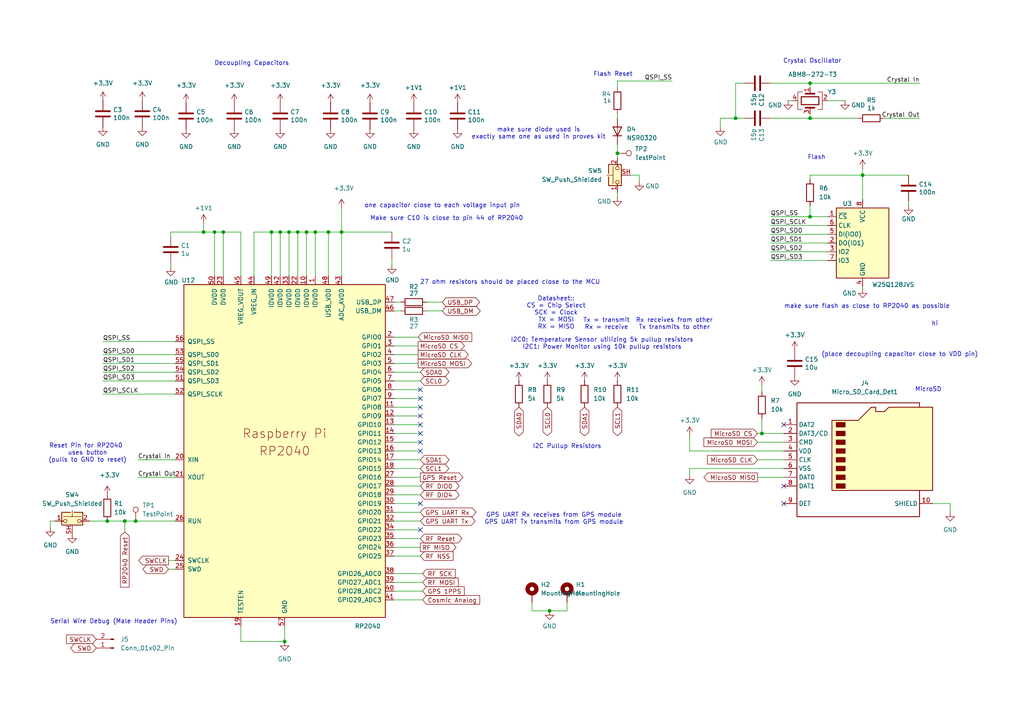
<source format=kicad_sch>
(kicad_sch (version 20250114) (generator "eeschema") (generator_version "9.0")
  (paper "A4")
  (lib_symbols
    (symbol "Connector:Conn_01x02_Pin" (pin_names (offset 1.016) (hide yes))
      (property "Reference" "J" (at 0 2.54 0))
      (property "Value" "Conn_01x02_Pin" (at 0 -5.08 0))
      (symbol "Conn_01x02_Pin_1_1"
        (rectangle (start 0.8636 0.127) (end 0 -0.127) (stroke (width 0.1524)) (fill (type outline)))
        (rectangle (start 0.8636 -2.413) (end 0 -2.667) (stroke (width 0.1524)) (fill (type outline)))
        (polyline (pts (xy 1.27 0) (xy 0.8636 0)) (stroke (width 0.1524)))
        (polyline (pts (xy 1.27 -2.54) (xy 0.8636 -2.54)) (stroke (width 0.1524)))
        (pin passive line (at 5.08 0 180) (length 3.81) (name "Pin_1") (number "1"))
        (pin passive line (at 5.08 -2.54 180) (length 3.81) (name "Pin_2") (number "2"))
      )
    )
    (symbol "Connector:Micro_SD_Card_Det1"
      (property "Reference" "J" (at -16.51 17.78 0))
      (property "Value" "Micro_SD_Card_Det1" (at 16.51 17.78 0))
      (symbol "Micro_SD_Card_Det1_0_1"
        (polyline (pts (xy -8.89 -8.89) (xy -8.89 11.43) (xy -1.27 11.43) (xy 2.54 15.24) (xy 3.81 15.24) (xy 3.81 13.97) (xy 6.35 13.97) (xy 7.62 15.24) (xy 20.32 15.24) (xy 20.32 -8.89) (xy -8.89 -8.89)) (stroke (width 0.254)) (fill (type background)))
        (rectangle (start -7.62 10.795) (end -5.08 9.525) (stroke (width 0.254)) (fill (type outline)))
        (rectangle (start -7.62 8.255) (end -5.08 6.985) (stroke (width 0.254)) (fill (type outline)))
        (rectangle (start -7.62 5.715) (end -5.08 4.445) (stroke (width 0.254)) (fill (type outline)))
        (rectangle (start -7.62 3.175) (end -5.08 1.905) (stroke (width 0.254)) (fill (type outline)))
        (rectangle (start -7.62 0.635) (end -5.08 -0.635) (stroke (width 0.254)) (fill (type outline)))
        (rectangle (start -7.62 -1.905) (end -5.08 -3.175) (stroke (width 0.254)) (fill (type outline)))
        (rectangle (start -7.62 -4.445) (end -5.08 -5.715) (stroke (width 0.254)) (fill (type outline)))
        (rectangle (start -7.62 -6.985) (end -5.08 -8.255) (stroke (width 0.254)) (fill (type outline)))
        (polyline (pts (xy 16.51 15.24) (xy 16.51 16.51) (xy -19.05 16.51) (xy -19.05 -16.51) (xy 16.51 -16.51) (xy 16.51 -8.89)) (stroke (width 0.254)))
      )
      (symbol "Micro_SD_Card_Det1_1_1"
        (pin bidirectional line (at -22.86 10.16 0) (length 3.81) (name "DAT2") (number "1"))
        (pin bidirectional line (at -22.86 7.62 0) (length 3.81) (name "DAT3/CD") (number "2"))
        (pin input line (at -22.86 5.08 0) (length 3.81) (name "CMD") (number "3"))
        (pin power_in line (at -22.86 2.54 0) (length 3.81) (name "VDD") (number "4"))
        (pin input line (at -22.86 0 0) (length 3.81) (name "CLK") (number "5"))
        (pin power_in line (at -22.86 -2.54 0) (length 3.81) (name "VSS") (number "6"))
        (pin bidirectional line (at -22.86 -5.08 0) (length 3.81) (name "DAT0") (number "7"))
        (pin bidirectional line (at -22.86 -7.62 0) (length 3.81) (name "DAT1") (number "8"))
        (pin passive line (at -22.86 -12.7 0) (length 3.81) (name "DET") (number "9"))
        (pin passive line (at 20.32 -12.7 180) (length 3.81) (name "SHIELD") (number "10"))
      )
    )
    (symbol "Connector:TestPoint" (pin_numbers (hide yes)) (pin_names (offset 0.762) (hide yes))
      (property "Reference" "TP" (at 0 6.858 0))
      (property "Value" "TestPoint" (at 0 5.08 0))
      (symbol "TestPoint_0_1"
        (circle (center 0 3.302) (radius 0.762))
      )
      (symbol "TestPoint_1_1"
        (pin passive line (at 0 0 90) (length 2.54) (name "1") (number "1"))
      )
    )
    (symbol "Device:C" (pin_numbers (hide yes)) (pin_names (offset 0.254))
      (property "Reference" "C" (at 0.635 2.54 0))
      (property "Value" "C" (at 0.635 -2.54 0))
      (symbol "C_0_1"
        (polyline (pts (xy -2.032 0.762) (xy 2.032 0.762)) (stroke (width 0.508)))
        (polyline (pts (xy -2.032 -0.762) (xy 2.032 -0.762)) (stroke (width 0.508)))
      )
      (symbol "C_1_1"
        (pin passive line (at 0 3.81 270) (length 2.794) (name "~") (number "1"))
        (pin passive line (at 0 -3.81 90) (length 2.794) (name "~") (number "2"))
      )
    )
    (symbol "Device:Crystal_GND24" (pin_names (offset 1.016) (hide yes))
      (property "Reference" "Y" (at 3.175 5.08 0))
      (property "Value" "Crystal_GND24" (at 3.175 3.175 0))
      (symbol "Crystal_GND24_0_1"
        (polyline (pts (xy -2.54 2.286) (xy -2.54 3.556) (xy 2.54 3.556) (xy 2.54 2.286)))
        (polyline (pts (xy -2.54 0) (xy -2.032 0)))
        (polyline (pts (xy -2.54 -2.286) (xy -2.54 -3.556) (xy 2.54 -3.556) (xy 2.54 -2.286)))
        (polyline (pts (xy -2.032 -1.27) (xy -2.032 1.27)) (stroke (width 0.508)))
        (rectangle (start -1.143 2.54) (end 1.143 -2.54) (stroke (width 0.3048)))
        (polyline (pts (xy 0 3.556) (xy 0 3.81)))
        (polyline (pts (xy 0 -3.81) (xy 0 -3.556)))
        (polyline (pts (xy 2.032 0) (xy 2.54 0)))
        (polyline (pts (xy 2.032 -1.27) (xy 2.032 1.27)) (stroke (width 0.508)))
      )
      (symbol "Crystal_GND24_1_1"
        (pin passive line (at -3.81 0 0) (length 1.27) (name "1") (number "1"))
        (pin passive line (at 0 5.08 270) (length 1.27) (name "2") (number "2"))
        (pin passive line (at 0 -5.08 90) (length 1.27) (name "4") (number "4"))
        (pin passive line (at 3.81 0 180) (length 1.27) (name "3") (number "3"))
      )
    )
    (symbol "Device:R" (pin_numbers (hide yes)) (pin_names (offset 0))
      (property "Reference" "R" (at 2.032 0 90))
      (property "Value" "R" (at 0 0 90))
      (symbol "R_0_1"
        (rectangle (start -1.016 -2.54) (end 1.016 2.54) (stroke (width 0.254)))
      )
      (symbol "R_1_1"
        (pin passive line (at 0 3.81 270) (length 1.27) (name "~") (number "1"))
        (pin passive line (at 0 -3.81 90) (length 1.27) (name "~") (number "2"))
      )
    )
    (symbol "Diode:1SS355VM" (pin_numbers (hide yes)) (pin_names (hide yes))
      (property "Reference" "D" (at 0 2.54 0))
      (property "Value" "1SS355VM" (at 0 -2.54 0))
      (symbol "1SS355VM_0_1"
        (polyline (pts (xy -1.27 1.27) (xy -1.27 -1.27)) (stroke (width 0.254)))
        (polyline (pts (xy 1.27 1.27) (xy 1.27 -1.27) (xy -1.27 0) (xy 1.27 1.27)) (stroke (width 0.254)))
        (polyline (pts (xy 1.27 0) (xy -1.27 0)))
      )
      (symbol "1SS355VM_1_1"
        (pin passive line (at -3.81 0 0) (length 2.54) (name "K") (number "1"))
        (pin passive line (at 3.81 0 180) (length 2.54) (name "A") (number "2"))
      )
    )
    (symbol "MCU_RaspberryPi_RP2040:RP2040" (pin_names (offset 1.016))
      (property "Reference" "U" (at -29.21 49.53 0))
      (property "Value" "RP2040" (at 24.13 -49.53 0))
      (symbol "RP2040_0_0"
        (text "Raspberry Pi" (at 0 5.08 0) (effects (font (size 2.54 2.54))))
        (text "RP2040" (at 0 0 0) (effects (font (size 2.54 2.54))))
      )
      (symbol "RP2040_0_1"
        (rectangle (start 29.21 48.26) (end -29.21 -48.26) (stroke (width 0.254)) (fill (type background)))
      )
      (symbol "RP2040_1_1"
        (pin bidirectional line (at -31.75 31.75 0) (length 2.54) (name "QSPI_SS") (number "56"))
        (pin bidirectional line (at -31.75 27.94 0) (length 2.54) (name "QSPI_SD0") (number "53"))
        (pin bidirectional line (at -31.75 25.4 0) (length 2.54) (name "QSPI_SD1") (number "55"))
        (pin bidirectional line (at -31.75 22.86 0) (length 2.54) (name "QSPI_SD2") (number "54"))
        (pin bidirectional line (at -31.75 20.32 0) (length 2.54) (name "QSPI_SD3") (number "51"))
        (pin output line (at -31.75 16.51 0) (length 2.54) (name "QSPI_SCLK") (number "52"))
        (pin input line (at -31.75 -2.54 0) (length 2.54) (name "XIN") (number "20"))
        (pin passive line (at -31.75 -7.62 0) (length 2.54) (name "XOUT") (number "21"))
        (pin input line (at -31.75 -20.32 0) (length 2.54) (name "RUN") (number "26"))
        (pin output line (at -31.75 -31.75 0) (length 2.54) (name "SWCLK") (number "24"))
        (pin bidirectional line (at -31.75 -34.29 0) (length 2.54) (name "SWD") (number "25"))
        (pin power_in line (at -20.32 50.8 270) (length 2.54) (name "DVDD") (number "50"))
        (pin power_in line (at -17.78 50.8 270) (length 2.54) (name "DVDD") (number "23"))
        (pin power_out line (at -12.7 50.8 270) (length 2.54) (name "VREG_VOUT") (number "45"))
        (pin passive line (at -12.7 -50.8 90) (length 2.54) (name "TESTEN") (number "19"))
        (pin power_in line (at -8.89 50.8 270) (length 2.54) (name "VREG_IN") (number "44"))
        (pin power_in line (at -3.81 50.8 270) (length 2.54) (name "IOVDD") (number "49"))
        (pin power_in line (at -1.27 50.8 270) (length 2.54) (name "IOVDD") (number "42"))
        (pin power_in line (at 0 -50.8 90) (length 2.54) (name "GND") (number "57"))
        (pin power_in line (at 1.27 50.8 270) (length 2.54) (name "IOVDD") (number "33"))
        (pin power_in line (at 3.81 50.8 270) (length 2.54) (name "IOVDD") (number "22"))
        (pin power_in line (at 6.35 50.8 270) (length 2.54) (name "IOVDD") (number "10"))
        (pin power_in line (at 8.89 50.8 270) (length 2.54) (name "IOVDD") (number "1"))
        (pin power_in line (at 12.7 50.8 270) (length 2.54) (name "USB_VDD") (number "48"))
        (pin power_in line (at 16.51 50.8 270) (length 2.54) (name "ADC_AVDD") (number "43"))
        (pin bidirectional line (at 31.75 43.18 180) (length 2.54) (name "USB_DP") (number "47"))
        (pin bidirectional line (at 31.75 40.64 180) (length 2.54) (name "USB_DM") (number "46"))
        (pin bidirectional line (at 31.75 33.02 180) (length 2.54) (name "GPIO0") (number "2"))
        (pin bidirectional line (at 31.75 30.48 180) (length 2.54) (name "GPIO1") (number "3"))
        (pin bidirectional line (at 31.75 27.94 180) (length 2.54) (name "GPIO2") (number "4"))
        (pin bidirectional line (at 31.75 25.4 180) (length 2.54) (name "GPIO3") (number "5"))
        (pin bidirectional line (at 31.75 22.86 180) (length 2.54) (name "GPIO4") (number "6"))
        (pin bidirectional line (at 31.75 20.32 180) (length 2.54) (name "GPIO5") (number "7"))
        (pin bidirectional line (at 31.75 17.78 180) (length 2.54) (name "GPIO6") (number "8"))
        (pin bidirectional line (at 31.75 15.24 180) (length 2.54) (name "GPIO7") (number "9"))
        (pin bidirectional line (at 31.75 12.7 180) (length 2.54) (name "GPIO8") (number "11"))
        (pin bidirectional line (at 31.75 10.16 180) (length 2.54) (name "GPIO9") (number "12"))
        (pin bidirectional line (at 31.75 7.62 180) (length 2.54) (name "GPIO10") (number "13"))
        (pin bidirectional line (at 31.75 5.08 180) (length 2.54) (name "GPIO11") (number "14"))
        (pin bidirectional line (at 31.75 2.54 180) (length 2.54) (name "GPIO12") (number "15"))
        (pin bidirectional line (at 31.75 0 180) (length 2.54) (name "GPIO13") (number "16"))
        (pin bidirectional line (at 31.75 -2.54 180) (length 2.54) (name "GPIO14") (number "17"))
        (pin bidirectional line (at 31.75 -5.08 180) (length 2.54) (name "GPIO15") (number "18"))
        (pin bidirectional line (at 31.75 -7.62 180) (length 2.54) (name "GPIO16") (number "27"))
        (pin bidirectional line (at 31.75 -10.16 180) (length 2.54) (name "GPIO17") (number "28"))
        (pin bidirectional line (at 31.75 -12.7 180) (length 2.54) (name "GPIO18") (number "29"))
        (pin bidirectional line (at 31.75 -15.24 180) (length 2.54) (name "GPIO19") (number "30"))
        (pin bidirectional line (at 31.75 -17.78 180) (length 2.54) (name "GPIO20") (number "31"))
        (pin bidirectional line (at 31.75 -20.32 180) (length 2.54) (name "GPIO21") (number "32"))
        (pin bidirectional line (at 31.75 -22.86 180) (length 2.54) (name "GPIO22") (number "34"))
        (pin bidirectional line (at 31.75 -25.4 180) (length 2.54) (name "GPIO23") (number "35"))
        (pin bidirectional line (at 31.75 -27.94 180) (length 2.54) (name "GPIO24") (number "36"))
        (pin bidirectional line (at 31.75 -30.48 180) (length 2.54) (name "GPIO25") (number "37"))
        (pin bidirectional line (at 31.75 -35.56 180) (length 2.54) (name "GPIO26_ADC0") (number "38"))
        (pin bidirectional line (at 31.75 -38.1 180) (length 2.54) (name "GPIO27_ADC1") (number "39"))
        (pin bidirectional line (at 31.75 -40.64 180) (length 2.54) (name "GPIO28_ADC2") (number "40"))
        (pin bidirectional line (at 31.75 -43.18 180) (length 2.54) (name "GPIO29_ADC3") (number "41"))
      )
    )
    (symbol "Mechanical:MountingHole_Pad" (pin_numbers (hide yes)) (pin_names (offset 1.016) (hide yes)) (exclude_from_sim yes) (in_bom no)
      (property "Reference" "H" (at 0 6.35 0))
      (property "Value" "MountingHole_Pad" (at 0 4.445 0))
      (symbol "MountingHole_Pad_0_1"
        (circle (center 0 1.27) (radius 1.27) (stroke (width 1.27)))
      )
      (symbol "MountingHole_Pad_1_1"
        (pin input line (at 0 -2.54 90) (length 2.54) (name "1") (number "1"))
      )
    )
    (symbol "Memory_Flash:W25Q128JVS"
      (property "Reference" "U" (at -8.89 8.89 0))
      (property "Value" "W25Q128JVS" (at 7.62 8.89 0))
      (symbol "W25Q128JVS_0_1"
        (rectangle (start -7.62 10.16) (end 7.62 -10.16) (stroke (width 0.254)) (fill (type background)))
      )
      (symbol "W25Q128JVS_1_1"
        (pin input line (at -10.16 7.62 0) (length 2.54) (name "~{CS}") (number "1"))
        (pin input line (at -10.16 5.08 0) (length 2.54) (name "CLK") (number "6"))
        (pin bidirectional line (at -10.16 2.54 0) (length 2.54) (name "DI(IO0)") (number "5"))
        (pin bidirectional line (at -10.16 0 0) (length 2.54) (name "DO(IO1)") (number "2"))
        (pin bidirectional line (at -10.16 -2.54 0) (length 2.54) (name "IO2") (number "3"))
        (pin bidirectional line (at -10.16 -5.08 0) (length 2.54) (name "IO3") (number "7"))
        (pin power_in line (at 0 12.7 270) (length 2.54) (name "VCC") (number "8"))
        (pin power_in line (at 0 -12.7 90) (length 2.54) (name "GND") (number "4"))
      )
    )
    (symbol "Switch:SW_Push_Shielded" (pin_names (offset 1.016) (hide yes))
      (property "Reference" "SW" (at 4.318 2.032 0))
      (property "Value" "SW_Push_Shielded" (at 0 4.572 0))
      (symbol "SW_Push_Shielded_0_1"
        (circle (center -2.032 0) (radius 0.508))
        (polyline (pts (xy 0 1.27) (xy 0 3.048)))
        (polyline (pts (xy 0.508 2.54) (xy 3.048 2.54) (xy 3.048 -1.143) (xy -3.048 -1.143) (xy -3.048 2.54) (xy -0.508 2.54)) (stroke (width -0.0254)))
        (polyline (pts (xy 0.508 2.54) (xy 3.048 2.54) (xy 3.048 -1.143) (xy -3.048 -1.143) (xy -3.048 2.54) (xy -0.508 2.54)) (stroke (width 0.254)))
        (circle (center 2.032 0) (radius 0.508))
        (polyline (pts (xy 2.54 1.27) (xy -2.54 1.27)))
        (pin passive line (at -5.08 0 0) (length 2.54) (name "1") (number "1"))
        (pin passive line (at 5.08 0 180) (length 2.54) (name "2") (number "2"))
      )
      (symbol "SW_Push_Shielded_1_1"
        (rectangle (start -3.048 2.54) (end 3.048 -1.27) (stroke (width -0.0254)) (fill (type background)))
        (pin passive line (at 0 -3.81 90) (length 2.54) (name "B") (number "SH"))
      )
    )
    (symbol "power:+1V1" (power) (pin_numbers (hide yes)) (pin_names (offset 0) (hide yes))
      (property "Value" "+1V1" (at 0 3.556 0))
      (symbol "+1V1_0_1"
        (polyline (pts (xy -0.762 1.27) (xy 0 2.54)))
        (polyline (pts (xy 0 2.54) (xy 0.762 1.27)))
        (polyline (pts (xy 0 0) (xy 0 2.54)))
      )
      (symbol "+1V1_1_1"
        (pin power_in line (at 0 0 90) (length 0) (name "~") (number "1"))
      )
    )
    (symbol "power:+3.3V" (power) (pin_numbers (hide yes)) (pin_names (offset 0) (hide yes))
      (property "Value" "+3.3V" (at 0 3.556 0))
      (symbol "+3.3V_0_1"
        (polyline (pts (xy -0.762 1.27) (xy 0 2.54)))
        (polyline (pts (xy 0 2.54) (xy 0.762 1.27)))
        (polyline (pts (xy 0 0) (xy 0 2.54)))
      )
      (symbol "+3.3V_1_1"
        (pin power_in line (at 0 0 90) (length 0) (name "~") (number "1"))
      )
    )
    (symbol "power:GND" (power) (pin_numbers (hide yes)) (pin_names (offset 0) (hide yes))
      (property "Value" "GND" (at 0 -3.81 0))
      (symbol "GND_0_1"
        (polyline (pts (xy 0 0) (xy 0 -1.27) (xy 1.27 -1.27) (xy 0 -2.54) (xy -1.27 -1.27) (xy 0 -1.27)))
      )
      (symbol "GND_1_1"
        (pin power_in line (at 0 0 270) (length 0) (name "~") (number "1"))
      )
    )
  )
  (text "Make sure C10 is close to pin 44 of RP2040" (at 107.315 64.135 0) (effects (font (size 1.27 1.27)) (justify left bottom)))
  (text "Rx receives from other\nTx transmits to other" (at 195.58 93.98 0) (effects (font (size 1.27 1.27))))
  (text "Tx = transmit\nRx = receive" (at 175.895 93.98 0) (effects (font (size 1.27 1.27))))
  (text "27 ohm resistors should be placed close to the MCU" (at 147.955 81.915 0) (effects (font (size 1.27 1.27))))
  (text "Flash" (at 236.855 45.72 0) (effects (font (size 1.27 1.27))))
  (text "one capacitor close to each voltage input pin" (at 128.27 59.69 0) (effects (font (size 1.27 1.27))))
  (text "Decoupling Capacitors" (at 73.025 18.415 0) (effects (font (size 1.27 1.27))))
  (text "Serial Wire Debug (Male Header Pins)" (at 33.02 180.34 0) (effects (font (size 1.27 1.27))))
  (text "MicroSD" (at 269.24 113.03 0) (effects (font (size 1.27 1.27))))
  (text "Reset Pin for RP2040 \nuses button\n(pulls to GND to reset)" (at 25.4 131.445 0) (effects (font (size 1.27 1.27))))
  (text "make sure flash as close to RP2040 as possible" (at 251.46 88.9 0) (effects (font (size 1.27 1.27))))
  (text "(place decoupling capacitor close to VDD pin)" (at 260.985 102.87 0) (effects (font (size 1.27 1.27))))
  (text "I2C0: Temperature Sensor utilizing 5k pullup resistors\nI2C1: Power Monitor using 10k pullup resistors" (at 174.625 99.695 0) (effects (font (size 1.27 1.27))))
  (text "Crystal Oscillator" (at 235.585 17.78 0) (effects (font (size 1.27 1.27))))
  (text "GPS UART Rx receives from GPS module\nGPS UART Tx transmits from GPS module\n" (at 160.655 150.495 0) (effects (font (size 1.27 1.27))))
  (text "Datasheet::\nCS = Chip Select\nSCK = Clock\nTX = MOSI\nRX = MISO" (at 161.29 90.805 0) (effects (font (size 1.27 1.27))))
  (text "I2C Pullup Resistors" (at 164.465 129.54 0) (effects (font (size 1.27 1.27))))
  (text "make sure diode used is\nexactly same one as used in proves kit" (at 156.21 38.735 0) (effects (font (size 1.27 1.27))))
  (text "Flash Reset" (at 177.8 21.59 0) (effects (font (size 1.27 1.27))))
  (text "hi\n" (at 271.145 93.98 0) (effects (font (size 1.27 1.27) (thickness 0.1588))))
  (junction (at 213.36 34.29))
  (junction (at 78.74 67.31))
  (junction (at 234.95 34.29))
  (junction (at 36.195 151.13))
  (junction (at 39.37 151.13))
  (junction (at 159.385 177.165))
  (junction (at 86.36 67.31))
  (junction (at 179.07 44.45))
  (junction (at 31.115 151.13))
  (junction (at 64.77 67.31))
  (junction (at 99.06 67.31))
  (junction (at 62.23 67.31))
  (junction (at 220.98 125.73))
  (junction (at 82.55 186.055))
  (junction (at 95.25 67.31))
  (junction (at 91.44 67.31))
  (junction (at 88.9 67.31))
  (junction (at 234.95 62.865))
  (junction (at 234.95 24.13))
  (junction (at 250.19 50.8))
  (junction (at 81.28 67.31))
  (junction (at 83.82 67.31))
  (junction (at 59.055 67.31))
  (no_connect (at 227.33 146.05))
  (no_connect (at 121.92 128.27))
  (no_connect (at 121.92 153.67))
  (no_connect (at 121.92 118.11))
  (no_connect (at 121.92 115.57))
  (no_connect (at 121.92 113.03))
  (no_connect (at 121.92 125.73))
  (no_connect (at 227.33 140.97))
  (no_connect (at 121.92 120.65))
  (no_connect (at 121.92 123.19))
  (no_connect (at 121.92 146.05))
  (no_connect (at 227.33 123.19))
  (no_connect (at 121.92 130.81))
  (wire (pts (xy 219.71 138.43) (xy 227.33 138.43)))
  (wire (pts (xy 219.71 133.35) (xy 227.33 133.35)))
  (wire (pts (xy 29.845 102.87) (xy 50.8 102.87)))
  (wire (pts (xy 114.3 130.81) (xy 121.92 130.81)))
  (wire (pts (xy 114.3 148.59) (xy 121.92 148.59)))
  (wire (pts (xy 95.25 67.31) (xy 99.06 67.31)))
  (wire (pts (xy 114.3 156.21) (xy 121.92 156.21)))
  (wire (pts (xy 114.3 118.11) (xy 121.92 118.11)))
  (wire (pts (xy 69.85 80.01) (xy 69.85 67.31)))
  (wire (pts (xy 219.71 125.73) (xy 220.98 125.73)))
  (wire (pts (xy 215.9 34.29) (xy 213.36 34.29)))
  (wire (pts (xy 116.205 87.63) (xy 114.3 87.63)))
  (wire (pts (xy 128.27 90.17) (xy 123.825 90.17)))
  (wire (pts (xy 234.95 52.07) (xy 234.95 50.8)))
  (wire (pts (xy 114.3 105.41) (xy 121.285 105.41)))
  (wire (pts (xy 234.95 59.69) (xy 234.95 62.865)))
  (wire (pts (xy 29.845 114.3) (xy 50.8 114.3)))
  (wire (pts (xy 91.44 67.31) (xy 91.44 80.01)))
  (wire (pts (xy 208.915 34.29) (xy 213.36 34.29)))
  (wire (pts (xy 83.82 67.31) (xy 86.36 67.31)))
  (wire (pts (xy 99.06 67.31) (xy 113.665 67.31)))
  (wire (pts (xy 114.3 102.87) (xy 121.285 102.87)))
  (wire (pts (xy 78.74 67.31) (xy 81.28 67.31)))
  (wire (pts (xy 270.51 146.05) (xy 275.59 146.05)))
  (wire (pts (xy 240.03 75.565) (xy 223.52 75.565)))
  (wire (pts (xy 213.36 24.13) (xy 213.36 34.29)))
  (wire (pts (xy 88.9 67.31) (xy 91.44 67.31)))
  (wire (pts (xy 29.845 105.41) (xy 50.8 105.41)))
  (wire (pts (xy 215.9 24.13) (xy 213.36 24.13)))
  (wire (pts (xy 49.53 67.31) (xy 59.055 67.31)))
  (wire (pts (xy 275.59 146.05) (xy 275.59 148.59)))
  (wire (pts (xy 59.055 64.77) (xy 59.055 67.31)))
  (wire (pts (xy 154.305 174.625) (xy 154.305 177.165)))
  (wire (pts (xy 29.845 99.06) (xy 50.8 99.06)))
  (wire (pts (xy 48.895 165.1) (xy 50.8 165.1)))
  (wire (pts (xy 228.6 29.21) (xy 229.87 29.21)))
  (wire (pts (xy 122.555 166.37) (xy 114.3 166.37)))
  (wire (pts (xy 200.025 126.365) (xy 200.025 130.81)))
  (wire (pts (xy 263.525 58.42) (xy 263.525 59.69)))
  (wire (pts (xy 114.3 153.67) (xy 121.92 153.67)))
  (wire (pts (xy 39.37 151.13) (xy 50.8 151.13)))
  (wire (pts (xy 36.195 154.305) (xy 36.195 151.13)))
  (wire (pts (xy 114.3 100.33) (xy 121.285 100.33)))
  (wire (pts (xy 114.3 133.35) (xy 121.92 133.35)))
  (wire (pts (xy 86.36 67.31) (xy 88.9 67.31)))
  (wire (pts (xy 95.25 80.01) (xy 95.25 67.31)))
  (wire (pts (xy 223.52 34.29) (xy 234.95 34.29)))
  (wire (pts (xy 64.77 80.01) (xy 64.77 67.31)))
  (wire (pts (xy 114.3 107.95) (xy 121.92 107.95)))
  (wire (pts (xy 99.06 67.31) (xy 99.06 80.01)))
  (wire (pts (xy 114.3 125.73) (xy 121.92 125.73)))
  (wire (pts (xy 114.3 151.13) (xy 121.92 151.13)))
  (wire (pts (xy 128.27 87.63) (xy 123.825 87.63)))
  (wire (pts (xy 15.875 151.13) (xy 14.605 151.13)))
  (wire (pts (xy 36.195 151.13) (xy 39.37 151.13)))
  (wire (pts (xy 73.66 67.31) (xy 78.74 67.31)))
  (wire (pts (xy 208.915 34.29) (xy 208.915 36.83)))
  (wire (pts (xy 234.95 34.29) (xy 248.92 34.29)))
  (wire (pts (xy 73.66 80.01) (xy 73.66 67.31)))
  (wire (pts (xy 114.3 115.57) (xy 121.92 115.57)))
  (wire (pts (xy 114.3 161.29) (xy 121.92 161.29)))
  (wire (pts (xy 223.52 24.13) (xy 234.95 24.13)))
  (wire (pts (xy 114.3 146.05) (xy 121.92 146.05)))
  (wire (pts (xy 113.665 74.93) (xy 113.665 76.835)))
  (wire (pts (xy 114.3 135.89) (xy 121.92 135.89)))
  (wire (pts (xy 250.19 50.8) (xy 263.525 50.8)))
  (wire (pts (xy 82.55 181.61) (xy 82.55 186.055)))
  (wire (pts (xy 81.28 80.01) (xy 81.28 67.31)))
  (wire (pts (xy 179.07 25.4) (xy 179.07 23.495)))
  (wire (pts (xy 69.85 186.055) (xy 82.55 186.055)))
  (wire (pts (xy 26.035 151.13) (xy 31.115 151.13)))
  (wire (pts (xy 116.205 90.17) (xy 114.3 90.17)))
  (wire (pts (xy 182.88 50.8) (xy 185.42 50.8)))
  (wire (pts (xy 29.845 107.95) (xy 50.8 107.95)))
  (wire (pts (xy 49.53 68.58) (xy 49.53 67.31)))
  (wire (pts (xy 234.95 62.865) (xy 240.03 62.865)))
  (wire (pts (xy 179.07 44.45) (xy 179.07 41.91)))
  (wire (pts (xy 69.85 181.61) (xy 69.85 186.055)))
  (wire (pts (xy 234.95 24.13) (xy 266.7 24.13)))
  (wire (pts (xy 250.19 83.82) (xy 250.19 83.185)))
  (wire (pts (xy 185.42 50.8) (xy 185.42 52.705)))
  (wire (pts (xy 48.895 162.56) (xy 50.8 162.56)))
  (wire (pts (xy 164.465 177.165) (xy 159.385 177.165)))
  (wire (pts (xy 88.9 80.01) (xy 88.9 67.31)))
  (wire (pts (xy 240.03 70.485) (xy 223.52 70.485)))
  (wire (pts (xy 114.3 113.03) (xy 121.92 113.03)))
  (wire (pts (xy 114.3 110.49) (xy 121.92 110.49)))
  (wire (pts (xy 99.06 60.325) (xy 99.06 67.31)))
  (wire (pts (xy 219.71 128.27) (xy 227.33 128.27)))
  (wire (pts (xy 179.07 45.72) (xy 179.07 44.45)))
  (wire (pts (xy 114.3 143.51) (xy 121.92 143.51)))
  (wire (pts (xy 179.07 23.495) (xy 194.945 23.495)))
  (wire (pts (xy 223.52 65.405) (xy 240.03 65.405)))
  (wire (pts (xy 40.005 133.35) (xy 50.8 133.35)))
  (wire (pts (xy 234.95 33.02) (xy 234.95 34.29)))
  (wire (pts (xy 91.44 67.31) (xy 95.25 67.31)))
  (wire (pts (xy 49.53 76.2) (xy 49.53 77.47)))
  (wire (pts (xy 240.03 29.21) (xy 245.11 29.21)))
  (wire (pts (xy 83.82 80.01) (xy 83.82 67.31)))
  (wire (pts (xy 114.3 171.45) (xy 122.555 171.45)))
  (wire (pts (xy 122.555 173.99) (xy 114.3 173.99)))
  (wire (pts (xy 114.3 140.97) (xy 121.92 140.97)))
  (wire (pts (xy 81.28 67.31) (xy 83.82 67.31)))
  (wire (pts (xy 250.19 50.8) (xy 250.19 57.785)))
  (wire (pts (xy 114.3 128.27) (xy 121.92 128.27)))
  (wire (pts (xy 86.36 80.01) (xy 86.36 67.31)))
  (wire (pts (xy 240.03 73.025) (xy 223.52 73.025)))
  (wire (pts (xy 227.33 135.89) (xy 200.025 135.89)))
  (wire (pts (xy 114.3 123.19) (xy 121.92 123.19)))
  (wire (pts (xy 220.98 111.76) (xy 220.98 113.665)))
  (wire (pts (xy 31.115 151.13) (xy 36.195 151.13)))
  (wire (pts (xy 240.03 67.945) (xy 223.52 67.945)))
  (wire (pts (xy 114.3 97.79) (xy 121.285 97.79)))
  (wire (pts (xy 78.74 80.01) (xy 78.74 67.31)))
  (wire (pts (xy 256.54 34.29) (xy 266.7 34.29)))
  (wire (pts (xy 220.98 125.73) (xy 220.98 121.285)))
  (wire (pts (xy 179.07 34.29) (xy 179.07 33.02)))
  (wire (pts (xy 250.19 48.895) (xy 250.19 50.8)))
  (wire (pts (xy 227.33 125.73) (xy 220.98 125.73)))
  (wire (pts (xy 40.005 138.43) (xy 50.8 138.43)))
  (wire (pts (xy 164.465 174.625) (xy 164.465 177.165)))
  (wire (pts (xy 114.3 158.75) (xy 121.92 158.75)))
  (wire (pts (xy 69.85 67.31) (xy 64.77 67.31)))
  (wire (pts (xy 62.23 67.31) (xy 62.23 80.01)))
  (wire (pts (xy 154.305 177.165) (xy 159.385 177.165)))
  (wire (pts (xy 223.52 62.865) (xy 234.95 62.865)))
  (wire (pts (xy 200.025 130.81) (xy 227.33 130.81)))
  (wire (pts (xy 64.77 67.31) (xy 62.23 67.31)))
  (wire (pts (xy 114.3 120.65) (xy 121.92 120.65)))
  (wire (pts (xy 234.95 25.4) (xy 234.95 24.13)))
  (wire (pts (xy 59.055 67.31) (xy 62.23 67.31)))
  (wire (pts (xy 29.845 110.49) (xy 50.8 110.49)))
  (wire (pts (xy 200.025 135.89) (xy 200.025 137.795)))
  (wire (pts (xy 14.605 151.13) (xy 14.605 153.035)))
  (wire (pts (xy 122.555 168.91) (xy 114.3 168.91)))
  (wire (pts (xy 234.95 50.8) (xy 250.19 50.8)))
  (wire (pts (xy 114.3 138.43) (xy 121.92 138.43)))
  (wire (pts (xy 179.07 55.88) (xy 179.07 57.15)))
  (label "QSPI_SD1" (at 29.845 105.41 0))
  (label "QSPI_SD2" (at 223.52 73.025 0))
  (label "QSPI_SD3" (at 223.52 75.565 0))
  (label "Crystal Out" (at 40.005 138.43 0))
  (label "Crystal Out" (at 266.7 34.29 180))
  (label "QSPI_SD3" (at 29.845 110.49 0))
  (label "QSPI_SD1" (at 223.52 70.485 0))
  (label "QSPI_SCLK" (at 223.52 65.405 0))
  (label "QSPI_SS" (at 223.52 62.865 0))
  (label "QSPI_SD2" (at 29.845 107.95 0))
  (label "QSPI_SD0" (at 29.845 102.87 0))
  (label "QSPI_SS" (at 194.945 23.495 180))
  (label "Crystal In" (at 266.7 24.13 180))
  (label "QSPI_SCLK" (at 29.845 114.3 0))
  (label "QSPI_SS" (at 29.845 99.06 0))
  (label "Crystal In" (at 40.005 133.35 0))
  (label "QSPI_SD0" (at 223.52 67.945 0))
  (global_label "GPS UART Tx" (shape bidirectional) (at 121.92 151.13 0) (property "Intersheetrefs" "${INTERSHEET_REFS}" (effects (hide yes))))
  (global_label "MicroSD MOSI" (shape input) (at 219.71 128.27 180) (property "Intersheetrefs" "${INTERSHEET_REFS}" (effects (hide yes))))
  (global_label "RP2040 Reset" (shape input) (at 36.195 154.305 270) (property "Intersheetrefs" "${INTERSHEET_REFS}" (effects (hide yes))))
  (global_label "RF SCK" (shape input) (at 122.555 166.37 0) (property "Intersheetrefs" "${INTERSHEET_REFS}" (effects (hide yes))))
  (global_label "SDA1" (shape bidirectional) (at 121.92 133.35 0) (property "Intersheetrefs" "${INTERSHEET_REFS}" (effects (hide yes))))
  (global_label "SCL1" (shape bidirectional) (at 121.92 135.89 0) (property "Intersheetrefs" "${INTERSHEET_REFS}" (effects (hide yes))))
  (global_label "SDA0" (shape bidirectional) (at 150.495 118.11 270) (property "Intersheetrefs" "${INTERSHEET_REFS}" (effects (hide yes))))
  (global_label "GPS Reset" (shape output) (at 121.92 138.43 0) (property "Intersheetrefs" "${INTERSHEET_REFS}" (effects (hide yes))))
  (global_label "USB_DM" (shape bidirectional) (at 128.27 90.17 0) (effects (font (thickness 0.1588))) (property "Intersheetrefs" "${INTERSHEET_REFS}" (effects (hide yes))))
  (global_label "SWCLK" (shape input) (at 27.94 185.42 180) (property "Intersheetrefs" "${INTERSHEET_REFS}" (effects (hide yes))))
  (global_label "MicroSD CS" (shape output) (at 121.285 100.33 0) (property "Intersheetrefs" "${INTERSHEET_REFS}" (effects (hide yes))))
  (global_label "MicroSD MOSI" (shape output) (at 121.285 105.41 0) (property "Intersheetrefs" "${INTERSHEET_REFS}" (effects (hide yes))))
  (global_label "SWD" (shape bidirectional) (at 48.895 165.1 180) (property "Intersheetrefs" "${INTERSHEET_REFS}" (effects (hide yes))))
  (global_label "MicroSD CLK" (shape output) (at 121.285 102.87 0) (property "Intersheetrefs" "${INTERSHEET_REFS}" (effects (hide yes))))
  (global_label "MicroSD CS" (shape input) (at 219.71 125.73 180) (property "Intersheetrefs" "${INTERSHEET_REFS}" (effects (hide yes))))
  (global_label "RF DIO0" (shape bidirectional) (at 121.92 140.97 0) (property "Intersheetrefs" "${INTERSHEET_REFS}" (effects (hide yes))))
  (global_label "RF Reset" (shape bidirectional) (at 121.92 156.21 0) (property "Intersheetrefs" "${INTERSHEET_REFS}" (effects (hide yes))))
  (global_label "MicroSD CLK" (shape input) (at 219.71 133.35 180) (property "Intersheetrefs" "${INTERSHEET_REFS}" (effects (hide yes))))
  (global_label "GPS 1PPS" (shape input) (at 122.555 171.45 0) (property "Intersheetrefs" "${INTERSHEET_REFS}" (effects (hide yes))))
  (global_label "RF DIO4" (shape bidirectional) (at 121.92 143.51 0) (property "Intersheetrefs" "${INTERSHEET_REFS}" (effects (hide yes))))
  (global_label "SCL0" (shape bidirectional) (at 121.92 110.49 0) (property "Intersheetrefs" "${INTERSHEET_REFS}" (effects (hide yes))))
  (global_label "SCL0" (shape bidirectional) (at 158.75 118.11 270) (property "Intersheetrefs" "${INTERSHEET_REFS}" (effects (hide yes))))
  (global_label "RF MISO" (shape output) (at 121.92 158.75 0) (property "Intersheetrefs" "${INTERSHEET_REFS}" (effects (hide yes))))
  (global_label "SDA0" (shape bidirectional) (at 121.92 107.95 0) (property "Intersheetrefs" "${INTERSHEET_REFS}" (effects (hide yes))))
  (global_label "RF MOSI" (shape input) (at 122.555 168.91 0) (property "Intersheetrefs" "${INTERSHEET_REFS}" (effects (hide yes))))
  (global_label "SWD" (shape bidirectional) (at 27.94 187.96 180) (property "Intersheetrefs" "${INTERSHEET_REFS}" (effects (hide yes))))
  (global_label "GPS UART Rx" (shape bidirectional) (at 121.92 148.59 0) (property "Intersheetrefs" "${INTERSHEET_REFS}" (effects (hide yes))))
  (global_label "MicroSD MISO" (shape input) (at 121.285 97.79 0) (property "Intersheetrefs" "${INTERSHEET_REFS}" (effects (hide yes))))
  (global_label "SWCLK" (shape output) (at 48.895 162.56 180) (property "Intersheetrefs" "${INTERSHEET_REFS}" (effects (hide yes))))
  (global_label "MicroSD MISO" (shape output) (at 219.71 138.43 180) (property "Intersheetrefs" "${INTERSHEET_REFS}" (effects (hide yes))))
  (global_label "SCL1" (shape bidirectional) (at 179.07 118.11 270) (property "Intersheetrefs" "${INTERSHEET_REFS}" (effects (hide yes))))
  (global_label "USB_DP" (shape bidirectional) (at 128.27 87.63 0) (effects (font (thickness 0.1588))) (property "Intersheetrefs" "${INTERSHEET_REFS}" (effects (hide yes))))
  (global_label "SDA1" (shape bidirectional) (at 169.545 118.11 270) (property "Intersheetrefs" "${INTERSHEET_REFS}" (effects (hide yes))))
  (global_label "RF NSS" (shape input) (at 121.92 161.29 0) (property "Intersheetrefs" "${INTERSHEET_REFS}" (effects (hide yes))))
  (global_label "Cosmic Analog" (shape input) (at 122.555 173.99 0) (property "Intersheetrefs" "${INTERSHEET_REFS}" (effects (hide yes))))
  (symbol (lib_id "Device:C") (at 29.845 33.02 0) (unit 1)
    (property "Reference" "C3" (at 32.766 31.8516 0) (effects (justify left)))
    (property "Value" "100n" (at 32.766 34.163 0) (effects (justify left)))
    (property "Footprint" "Capacitor_SMD:C_0402_1005Metric" (effects (hide yes)))
  )
  (symbol (lib_id "power:GND") (at 41.275 36.83 0) (unit 1)
    (property "Reference" "#PWR065" (effects (hide yes)))
    (property "Value" "GND" (at 41.275 41.91 0))
    (property "Description" "Power symbol creates a global label with name \"GND\" , ground" (effects (hide yes)))
  )
  (symbol (lib_id "power:GND") (at 245.11 29.21 0) (unit 1)
    (property "Reference" "#PWR062" (effects (hide yes)))
    (property "Value" "GND" (at 248.92 30.48 0))
  )
  (symbol (lib_id "power:GND") (at 107.315 37.465 0) (unit 1)
    (property "Reference" "#PWR075" (effects (hide yes)))
    (property "Value" "GND" (at 107.315 42.545 0))
    (property "Description" "Power symbol creates a global label with name \"GND\" , ground" (effects (hide yes)))
  )
  (symbol (lib_id "Connector:Conn_01x02_Pin") (at 33.02 187.96 180) (unit 1)
    (property "Reference" "J5" (at 34.925 185.4199 0) (effects (justify right)))
    (property "Value" "Conn_01x02_Pin" (at 34.925 187.9599 0) (effects (justify right)))
    (property "Footprint" "1my_footprints:HDR-TH_2P-P2.54-V-M" (effects (hide yes)))
    (property "Description" "Generic connector, single row, 01x02, script generated" (effects (hide yes)))
  )
  (symbol (lib_id "Device:C") (at 132.715 33.655 0) (unit 1)
    (property "Reference" "C11" (at 135.636 32.4866 0) (effects (justify left)))
    (property "Value" "100n" (at 135.636 34.798 0) (effects (justify left)))
    (property "Footprint" "Capacitor_SMD:C_0402_1005Metric" (effects (hide yes)))
  )
  (symbol (lib_id "Device:C") (at 41.275 33.02 0) (unit 1)
    (property "Reference" "C4" (at 44.196 31.8516 0) (effects (justify left)))
    (property "Value" "100n" (at 44.196 34.163 0) (effects (justify left)))
    (property "Footprint" "Capacitor_SMD:C_0402_1005Metric" (effects (hide yes)))
  )
  (symbol (lib_id "power:GND") (at 208.915 36.83 0) (unit 1)
    (property "Reference" "#PWR020" (effects (hide yes)))
    (property "Value" "GND" (at 209.042 41.2242 0))
  )
  (symbol (lib_id "Mechanical:MountingHole_Pad") (at 154.305 172.085 0) (unit 1) (exclude_from_sim yes) (in_bom no)
    (property "Reference" "H2" (at 156.845 169.5449 0) (effects (justify left)))
    (property "Value" "MountingHole" (at 156.845 172.0849 0) (effects (justify left)))
    (property "Description" "Mounting Hole with connection" (effects (hide yes)))
  )
  (symbol (lib_id "Device:R") (at 120.015 87.63 270) (unit 1)
    (property "Reference" "R2" (at 120.015 83.185 90))
    (property "Value" "27" (at 120.015 85.09 90))
    (property "Footprint" "Resistor_SMD:R_0402_1005Metric" (effects (hide yes)))
    (property "Description" "Resistor" (effects (hide yes)))
  )
  (symbol (lib_id "Device:C") (at 263.525 54.61 0) (unit 1)
    (property "Reference" "C14" (at 266.446 53.4416 0) (effects (justify left)))
    (property "Value" "100n" (at 266.446 55.753 0) (effects (justify left)))
    (property "Footprint" "Capacitor_SMD:C_0402_1005Metric" (effects (hide yes)))
  )
  (symbol (lib_id "power:+3.3V") (at 158.75 110.49 0) (unit 1)
    (property "Reference" "#PWR0136" (effects (hide yes)))
    (property "Value" "+3.3V" (at 158.75 106.045 0))
    (property "Description" "Power symbol creates a global label with name \"+3.3V\"" (effects (hide yes)))
  )
  (symbol (lib_id "Connector:TestPoint") (at 179.07 44.45 270) (unit 1)
    (property "Reference" "TP2" (at 184.15 43.1799 90) (effects (justify left)))
    (property "Value" "TestPoint" (at 184.15 45.7199 90) (effects (justify left)))
    (property "Footprint" "1my_footprints:TH_BD3.2-D2.0" (effects (hide yes)))
    (property "Description" "test point" (effects (hide yes)))
  )
  (symbol (lib_id "Device:R") (at 150.495 114.3 0) (unit 1)
    (property "Reference" "R8" (at 153.035 113.0299 0) (effects (justify left)))
    (property "Value" "5k" (at 153.035 115.5699 0) (effects (justify left)))
    (property "Footprint" "Resistor_SMD:R_0402_1005Metric" (effects (hide yes)))
    (property "Description" "Resistor" (effects (hide yes)))
  )
  (symbol (lib_id "power:+3.3V") (at 99.06 60.325 0) (unit 1)
    (property "Reference" "#PWR084" (effects (hide yes)))
    (property "Value" "+3.3V" (at 99.695 54.61 0))
    (property "Description" "Power symbol creates a global label with name \"+3.3V\"" (effects (hide yes)))
  )
  (symbol (lib_id "Device:C") (at 49.53 72.39 0) (unit 1)
    (property "Reference" "C1" (at 52.451 71.2216 0) (effects (justify left)))
    (property "Value" "1u" (at 52.451 73.533 0) (effects (justify left)))
    (property "Footprint" "Capacitor_SMD:C_0402_1005Metric" (effects (hide yes)))
  )
  (symbol (lib_id "power:+3.3V") (at 81.28 29.845 0) (unit 1)
    (property "Reference" "#PWR070" (effects (hide yes)))
    (property "Value" "+3.3V" (at 81.28 24.765 0))
    (property "Description" "Power symbol creates a global label with name \"+3.3V\"" (effects (hide yes)))
  )
  (symbol (lib_id "power:GND") (at 14.605 153.035 0) (unit 1)
    (property "Reference" "#PWR0110" (effects (hide yes)))
    (property "Value" "GND" (at 14.605 158.115 0))
    (property "Description" "Power symbol creates a global label with name \"GND\" , ground" (effects (hide yes)))
  )
  (symbol (lib_id "Device:R") (at 120.015 90.17 270) (unit 1)
    (property "Reference" "R3" (at 120.015 92.71 90))
    (property "Value" "27" (at 120.015 94.615 90))
    (property "Footprint" "Resistor_SMD:R_0402_1005Metric" (effects (hide yes)))
    (property "Description" "Resistor" (effects (hide yes)))
  )
  (symbol (lib_id "Memory_Flash:W25Q128JVS") (at 250.19 70.485 0) (unit 1)
    (property "Reference" "U3" (at 245.745 59.055 0))
    (property "Value" "W25Q128JVS" (at 259.08 82.55 0))
    (property "Footprint" "1my_footprints:SOIC_208MIL_WIN" (effects (hide yes)))
    (property "Datasheet" "http://www.winbond.com/resource-files/w25q128jv_dtr%20revc%2003272018%20plus.pdf" (effects (hide yes)))
  )
  (symbol (lib_id "Device:C") (at 219.71 34.29 270) (unit 1)
    (property "Reference" "C13" (at 220.8784 37.211 0) (effects (justify left)))
    (property "Value" "15p" (at 218.567 37.211 0) (effects (justify left)))
    (property "Footprint" "Capacitor_SMD:C_0201_0603Metric" (effects (hide yes)))
  )
  (symbol (lib_id "power:GND") (at 230.505 109.22 0) (unit 1)
    (property "Reference" "#PWR0127" (effects (hide yes)))
    (property "Value" "GND" (at 230.505 114.3 0))
    (property "Description" "Power symbol creates a global label with name \"GND\" , ground" (effects (hide yes)))
  )
  (symbol (lib_id "Device:R") (at 169.545 114.3 0) (unit 1)
    (property "Reference" "R10" (at 172.085 113.0299 0) (effects (justify left)))
    (property "Value" "10k" (at 172.085 115.5699 0) (effects (justify left)))
    (property "Footprint" "Resistor_SMD:R_0402_1005Metric" (effects (hide yes)))
    (property "Description" "Resistor" (effects (hide yes)))
  )
  (symbol (lib_id "power:GND") (at 179.07 57.15 0) (unit 1)
    (property "Reference" "#PWR012" (effects (hide yes)))
    (property "Value" "GND" (at 175.26 58.42 0))
  )
  (symbol (lib_id "Switch:SW_Push_Shielded") (at 179.07 50.8 90) (unit 1)
    (property "Reference" "SW5" (at 174.625 49.5299 90) (effects (justify left)))
    (property "Value" "SW_Push_Shielded" (at 174.625 52.0699 90) (effects (justify left)))
    (property "Footprint" "Button_Switch_SMD:SW_Push_1P1T_NO_CK_KMR2" (effects (hide yes)))
    (property "Description" "Generic push-button switch, two contact pins and shield pin(s)" (effects (hide yes)))
  )
  (symbol (lib_id "power:GND") (at 113.665 76.835 0) (unit 1)
    (property "Reference" "#PWR085" (effects (hide yes)))
    (property "Value" "GND" (at 113.792 81.2292 0))
  )
  (symbol (lib_id "power:+1V1") (at 120.015 29.845 0) (unit 1)
    (property "Reference" "#PWR076" (effects (hide yes)))
    (property "Value" "+1V1" (at 120.015 25.4 0))
    (property "Description" "Power symbol creates a global label with name \"+1V1\"" (effects (hide yes)))
  )
  (symbol (lib_id "power:+3.3V") (at 29.845 29.21 0) (unit 1)
    (property "Reference" "#PWR024" (effects (hide yes)))
    (property "Value" "+3.3V" (at 29.845 24.13 0))
    (property "Description" "Power symbol creates a global label with name \"+3.3V\"" (effects (hide yes)))
  )
  (symbol (lib_id "Device:Crystal_GND24") (at 234.95 29.21 270) (unit 1)
    (property "Reference" "Y3" (at 240.03 26.67 90) (effects (justify left)))
    (property "Value" "ABM8-272-T3" (at 228.6 21.59 90) (effects (justify left)))
    (property "Footprint" "Crystal:Crystal_SMD_3225-4Pin_3.2x2.5mm" (effects (hide yes)))
  )
  (symbol (lib_id "Device:C") (at 67.945 33.655 0) (unit 1)
    (property "Reference" "C6" (at 70.866 32.4866 0) (effects (justify left)))
    (property "Value" "100n" (at 70.866 34.798 0) (effects (justify left)))
    (property "Footprint" "Capacitor_SMD:C_0402_1005Metric" (effects (hide yes)))
  )
  (symbol (lib_id "power:GND") (at 20.955 154.94 0) (unit 1)
    (property "Reference" "#PWR0119" (effects (hide yes)))
    (property "Value" "GND" (at 20.955 160.02 0))
    (property "Description" "Power symbol creates a global label with name \"GND\" , ground" (effects (hide yes)))
  )
  (symbol (lib_id "power:+3.3V") (at 95.885 29.845 0) (unit 1)
    (property "Reference" "#PWR072" (effects (hide yes)))
    (property "Value" "+3.3V" (at 95.885 24.765 0))
    (property "Description" "Power symbol creates a global label with name \"+3.3V\"" (effects (hide yes)))
  )
  (symbol (lib_id "power:+3.3V") (at 200.025 126.365 0) (unit 1)
    (property "Reference" "#PWR0133" (effects (hide yes)))
    (property "Value" "+3.3V" (at 200.025 121.92 0))
    (property "Description" "Power symbol creates a global label with name \"+3.3V\"" (effects (hide yes)))
  )
  (symbol (lib_id "Device:C") (at 95.885 33.655 0) (unit 1)
    (property "Reference" "C8" (at 98.806 32.4866 0) (effects (justify left)))
    (property "Value" "100n" (at 98.806 34.798 0) (effects (justify left)))
    (property "Footprint" "Capacitor_SMD:C_0402_1005Metric" (effects (hide yes)))
  )
  (symbol (lib_id "Switch:SW_Push_Shielded") (at 20.955 151.13 0) (unit 1)
    (property "Reference" "SW4" (at 20.955 143.51 0))
    (property "Value" "SW_Push_Shielded" (at 20.955 146.05 0))
    (property "Footprint" "Button_Switch_SMD:SW_Push_1P1T_NO_CK_KMR2" (effects (hide yes)))
    (property "Description" "Generic push-button switch, two contact pins and shield pin(s)" (effects (hide yes)))
  )
  (symbol (lib_id "power:+3.3V") (at 220.98 111.76 0) (unit 1)
    (property "Reference" "#PWR0134" (effects (hide yes)))
    (property "Value" "+3.3V" (at 220.98 107.315 0))
    (property "Description" "Power symbol creates a global label with name \"+3.3V\"" (effects (hide yes)))
  )
  (symbol (lib_id "Device:C") (at 53.975 33.655 0) (unit 1)
    (property "Reference" "C5" (at 56.896 32.4866 0) (effects (justify left)))
    (property "Value" "100n" (at 56.896 34.798 0) (effects (justify left)))
    (property "Footprint" "Capacitor_SMD:C_0402_1005Metric" (effects (hide yes)))
  )
  (symbol (lib_id "Mechanical:MountingHole_Pad") (at 164.465 172.085 0) (unit 1) (exclude_from_sim yes) (in_bom no)
    (property "Reference" "H1" (at 167.005 169.5449 0) (effects (justify left)))
    (property "Value" "MountingHole" (at 167.005 172.0849 0) (effects (justify left)))
    (property "Description" "Mounting Hole with connection" (effects (hide yes)))
  )
  (symbol (lib_id "power:+3.3V") (at 53.975 29.845 0) (unit 1)
    (property "Reference" "#PWR066" (effects (hide yes)))
    (property "Value" "+3.3V" (at 53.975 24.765 0))
    (property "Description" "Power symbol creates a global label with name \"+3.3V\"" (effects (hide yes)))
  )
  (symbol (lib_id "Device:R") (at 31.115 147.32 0) (unit 1)
    (property "Reference" "R1" (at 33.02 146.0499 0) (effects (justify left)))
    (property "Value" "10k" (at 33.02 148.5899 0) (effects (justify left)))
    (property "Footprint" "Resistor_SMD:R_0402_1005Metric" (effects (hide yes)))
    (property "Description" "Resistor" (effects (hide yes)))
  )
  (symbol (lib_id "Device:R") (at 158.75 114.3 0) (unit 1)
    (property "Reference" "R9" (at 161.29 113.0299 0) (effects (justify left)))
    (property "Value" "5k" (at 161.29 115.5699 0) (effects (justify left)))
    (property "Footprint" "Resistor_SMD:R_0402_1005Metric" (effects (hide yes)))
    (property "Description" "Resistor" (effects (hide yes)))
  )
  (symbol (lib_id "Connector:Micro_SD_Card_Det1") (at 250.19 133.35 0) (unit 1)
    (property "Reference" "J4" (at 250.825 111.125 0))
    (property "Value" "Micro_SD_Card_Det1" (at 250.825 113.665 0))
    (property "Footprint" "1my_footprints:microSD-503398-1892-1" (effects (hide yes)))
    (property "Datasheet" "https://www.molex.com/en-us/products/part-detail/5033981892?display=pdf" (effects (hide yes)))
    (property "Description" "Micro SD Card Socket with one card detection pin" (effects (hide yes)))
  )
  (symbol (lib_id "Device:C") (at 107.315 33.655 0) (unit 1)
    (property "Reference" "C9" (at 110.236 32.4866 0) (effects (justify left)))
    (property "Value" "100n" (at 110.236 34.798 0) (effects (justify left)))
    (property "Footprint" "Capacitor_SMD:C_0402_1005Metric" (effects (hide yes)))
  )
  (symbol (lib_id "power:+3.3V") (at 107.315 29.845 0) (unit 1)
    (property "Reference" "#PWR074" (effects (hide yes)))
    (property "Value" "+3.3V" (at 107.315 24.765 0))
    (property "Description" "Power symbol creates a global label with name \"+3.3V\"" (effects (hide yes)))
  )
  (symbol (lib_id "Device:R") (at 179.07 29.21 0) (unit 1)
    (property "Reference" "R4" (at 175.895 27.305 0))
    (property "Value" "1k" (at 176.1236 29.21 0))
    (property "Footprint" "Resistor_SMD:R_0402_1005Metric" (effects (hide yes)))
  )
  (symbol (lib_id "power:GND") (at 185.42 52.705 0) (unit 1)
    (property "Reference" "#PWR016" (effects (hide yes)))
    (property "Value" "GND" (at 189.23 53.975 0))
  )
  (symbol (lib_id "power:+3.3V") (at 150.495 110.49 0) (unit 1)
    (property "Reference" "#PWR0135" (effects (hide yes)))
    (property "Value" "+3.3V" (at 150.495 106.045 0))
    (property "Description" "Power symbol creates a global label with name \"+3.3V\"" (effects (hide yes)))
  )
  (symbol (lib_id "power:+3.3V") (at 169.545 110.49 0) (unit 1)
    (property "Reference" "#PWR0137" (effects (hide yes)))
    (property "Value" "+3.3V" (at 169.545 106.045 0))
    (property "Description" "Power symbol creates a global label with name \"+3.3V\"" (effects (hide yes)))
  )
  (symbol (lib_id "power:GND") (at 82.55 186.055 0) (unit 1)
    (property "Reference" "#PWR083" (effects (hide yes)))
    (property "Value" "GND" (at 82.55 191.135 0))
    (property "Description" "Power symbol creates a global label with name \"GND\" , ground" (effects (hide yes)))
  )
  (symbol (lib_id "power:GND") (at 228.6 29.21 0) (unit 1)
    (property "Reference" "#PWR029" (effects (hide yes)))
    (property "Value" "GND" (at 224.79 30.48 0))
  )
  (symbol (lib_id "power:+3.3V") (at 179.07 110.49 0) (unit 1)
    (property "Reference" "#PWR0138" (effects (hide yes)))
    (property "Value" "+3.3V" (at 179.07 106.045 0))
    (property "Description" "Power symbol creates a global label with name \"+3.3V\"" (effects (hide yes)))
  )
  (symbol (lib_id "power:GND") (at 159.385 177.165 0) (unit 1)
    (property "Reference" "#PWR03" (effects (hide yes)))
    (property "Value" "GND" (at 159.385 181.61 0))
    (property "Description" "Power symbol creates a global label with name \"GND\" , ground" (effects (hide yes)))
  )
  (symbol (lib_id "power:+3.3V") (at 31.115 143.51 0) (unit 1)
    (property "Reference" "#PWR0113" (effects (hide yes)))
    (property "Value" "+3.3V" (at 31.75 137.795 0))
    (property "Description" "Power symbol creates a global label with name \"+3.3V\"" (effects (hide yes)))
  )
  (symbol (lib_id "Device:R") (at 220.98 117.475 0) (unit 1)
    (property "Reference" "R7" (at 223.52 116.2049 0) (effects (justify left)))
    (property "Value" "10k" (at 223.52 118.7449 0) (effects (justify left)))
    (property "Footprint" "Resistor_SMD:R_0402_1005Metric" (effects (hide yes)))
    (property "Description" "Resistor" (effects (hide yes)))
  )
  (symbol (lib_id "Device:C") (at 113.665 71.12 0) (unit 1)
    (property "Reference" "C2" (at 116.586 69.9516 0) (effects (justify left)))
    (property "Value" "1u" (at 116.586 72.263 0) (effects (justify left)))
    (property "Footprint" "Capacitor_SMD:C_0402_1005Metric" (effects (hide yes)))
  )
  (symbol (lib_id "power:GND") (at 67.945 37.465 0) (unit 1)
    (property "Reference" "#PWR069" (effects (hide yes)))
    (property "Value" "GND" (at 67.945 42.545 0))
    (property "Description" "Power symbol creates a global label with name \"GND\" , ground" (effects (hide yes)))
  )
  (symbol (lib_id "power:+1V1") (at 59.055 64.77 0) (unit 1)
    (property "Reference" "#PWR082" (effects (hide yes)))
    (property "Value" "+1V1" (at 59.055 60.325 0))
    (property "Description" "Power symbol creates a global label with name \"+1V1\"" (effects (hide yes)))
  )
  (symbol (lib_id "power:GND") (at 250.19 83.82 0) (unit 1)
    (property "Reference" "#PWR010" (effects (hide yes)))
    (property "Value" "GND" (at 246.38 85.09 0))
  )
  (symbol (lib_id "Connector:TestPoint") (at 39.37 151.13 0) (unit 1)
    (property "Reference" "TP1" (at 41.275 146.5579 0) (effects (justify left)))
    (property "Value" "TestPoint" (at 41.275 149.0979 0) (effects (justify left)))
    (property "Footprint" "1my_footprints:TH_BD3.2-D2.0" (effects (hide yes)))
    (property "Description" "test point" (effects (hide yes)))
  )
  (symbol (lib_id "MCU_RaspberryPi_RP2040:RP2040") (at 82.55 130.81 0) (unit 1)
    (property "Reference" "U12" (at 54.61 81.28 0))
    (property "Value" "RP2040" (at 106.68 181.61 0))
    (property "Footprint" "Package_DFN_QFN:QFN-56-1EP_7x7mm_P0.4mm_EP3.2x3.2mm" (effects (hide yes)))
    (property "Datasheet" "https://datasheets.raspberrypi.com/rp2040/rp2040-datasheet.pdf" (effects (hide yes)))
  )
  (symbol (lib_id "power:GND") (at 53.975 37.465 0) (unit 1)
    (property "Reference" "#PWR067" (effects (hide yes)))
    (property "Value" "GND" (at 53.975 42.545 0))
    (property "Description" "Power symbol creates a global label with name \"GND\" , ground" (effects (hide yes)))
  )
  (symbol (lib_id "power:+3.3V") (at 67.945 29.845 0) (unit 1)
    (property "Reference" "#PWR068" (effects (hide yes)))
    (property "Value" "+3.3V" (at 67.945 24.765 0))
    (property "Description" "Power symbol creates a global label with name \"+3.3V\"" (effects (hide yes)))
  )
  (symbol (lib_id "power:+3.3V") (at 250.19 48.895 0) (unit 1)
    (property "Reference" "#PWR0130" (effects (hide yes)))
    (property "Value" "+3.3V" (at 250.19 44.45 0))
    (property "Description" "Power symbol creates a global label with name \"+3.3V\"" (effects (hide yes)))
  )
  (symbol (lib_id "power:GND") (at 120.015 37.465 0) (unit 1)
    (property "Reference" "#PWR077" (effects (hide yes)))
    (property "Value" "GND" (at 120.015 42.545 0))
    (property "Description" "Power symbol creates a global label with name \"GND\" , ground" (effects (hide yes)))
  )
  (symbol (lib_id "power:GND") (at 132.715 37.465 0) (unit 1)
    (property "Reference" "#PWR079" (effects (hide yes)))
    (property "Value" "GND" (at 132.715 42.545 0))
    (property "Description" "Power symbol creates a global label with name \"GND\" , ground" (effects (hide yes)))
  )
  (symbol (lib_id "power:GND") (at 200.025 137.795 0) (unit 1)
    (property "Reference" "#PWR0120" (effects (hide yes)))
    (property "Value" "GND" (at 200.025 142.875 0))
    (property "Description" "Power symbol creates a global label with name \"GND\" , ground" (effects (hide yes)))
  )
  (symbol (lib_id "power:+3.3V") (at 230.505 101.6 0) (unit 1)
    (property "Reference" "#PWR0139" (effects (hide yes)))
    (property "Value" "+3.3V" (at 230.505 97.155 0))
    (property "Description" "Power symbol creates a global label with name \"+3.3V\"" (effects (hide yes)))
  )
  (symbol (lib_id "Diode:1SS355VM") (at 179.07 38.1 90) (unit 1)
    (property "Reference" "D4" (at 181.737 37.465 90) (effects (justify right)))
    (property "Value" "NSR0320" (at 181.737 40.005 90) (effects (justify right)))
    (property "Footprint" "Diode_SMD:D_SOD-323F" (effects (hide yes)))
    (property "Datasheet" "https://fscdn.rohm.com/en/products/databook/datasheet/discrete/diode/switching/1ss355vmte-17-e.pdf" (effects (hide yes)))
    (property "Sim.Device" "D" (effects (hide yes)))
    (property "Sim.Pins" "1=K 2=A" (effects (hide yes)))
  )
  (symbol (lib_id "Device:R") (at 252.73 34.29 270) (unit 1)
    (property "Reference" "R5" (at 252.73 29.0322 90))
    (property "Value" "1k" (at 252.73 31.3436 90))
    (property "Footprint" "Resistor_SMD:R_0402_1005Metric" (effects (hide yes)))
  )
  (symbol (lib_id "power:GND") (at 81.28 37.465 0) (unit 1)
    (property "Reference" "#PWR071" (effects (hide yes)))
    (property "Value" "GND" (at 81.28 42.545 0))
    (property "Description" "Power symbol creates a global label with name \"GND\" , ground" (effects (hide yes)))
  )
  (symbol (lib_id "power:GND") (at 29.845 36.83 0) (unit 1)
    (property "Reference" "#PWR063" (effects (hide yes)))
    (property "Value" "GND" (at 29.845 41.91 0))
    (property "Description" "Power symbol creates a global label with name \"GND\" , ground" (effects (hide yes)))
  )
  (symbol (lib_id "Device:C") (at 230.505 105.41 0) (unit 1)
    (property "Reference" "C15" (at 233.426 104.2416 0) (effects (justify left)))
    (property "Value" "10u" (at 233.426 106.553 0) (effects (justify left)))
    (property "Footprint" "Capacitor_SMD:C_0805_2012Metric" (effects (hide yes)))
  )
  (symbol (lib_id "Device:C") (at 81.28 33.655 0) (unit 1)
    (property "Reference" "C7" (at 84.201 32.4866 0) (effects (justify left)))
    (property "Value" "100n" (at 84.201 34.798 0) (effects (justify left)))
    (property "Footprint" "Capacitor_SMD:C_0402_1005Metric" (effects (hide yes)))
  )
  (symbol (lib_id "power:GND") (at 263.525 59.69 0) (unit 1)
    (property "Reference" "#PWR011" (effects (hide yes)))
    (property "Value" "GND" (at 263.525 63.5 0))
  )
  (symbol (lib_id "power:GND") (at 49.53 77.47 0) (unit 1)
    (property "Reference" "#PWR081" (effects (hide yes)))
    (property "Value" "GND" (at 49.657 81.8642 0))
  )
  (symbol (lib_id "Device:R") (at 179.07 114.3 0) (unit 1)
    (property "Reference" "R11" (at 181.61 113.0299 0) (effects (justify left)))
    (property "Value" "10k" (at 181.61 115.5699 0) (effects (justify left)))
    (property "Footprint" "Resistor_SMD:R_0402_1005Metric" (effects (hide yes)))
    (property "Description" "Resistor" (effects (hide yes)))
  )
  (symbol (lib_id "power:+3.3V") (at 41.275 29.21 0) (unit 1)
    (property "Reference" "#PWR064" (effects (hide yes)))
    (property "Value" "+3.3V" (at 41.275 24.13 0))
    (property "Description" "Power symbol creates a global label with name \"+3.3V\"" (effects (hide yes)))
  )
  (symbol (lib_id "Device:R") (at 234.95 55.88 0) (unit 1)
    (property "Reference" "R6" (at 237.49 54.6099 0) (effects (justify left)))
    (property "Value" "10k" (at 237.49 57.1499 0) (effects (justify left)))
    (property "Footprint" "Resistor_SMD:R_0402_1005Metric" (effects (hide yes)))
    (property "Description" "Resistor" (effects (hide yes)))
  )
  (symbol (lib_id "Device:C") (at 120.015 33.655 0) (unit 1)
    (property "Reference" "C10" (at 122.936 32.4866 0) (effects (justify left)))
    (property "Value" "100n" (at 122.936 34.798 0) (effects (justify left)))
    (property "Footprint" "Capacitor_SMD:C_0402_1005Metric" (effects (hide yes)))
  )
  (symbol (lib_id "power:GND") (at 95.885 37.465 0) (unit 1)
    (property "Reference" "#PWR073" (effects (hide yes)))
    (property "Value" "GND" (at 95.885 42.545 0))
    (property "Description" "Power symbol creates a global label with name \"GND\" , ground" (effects (hide yes)))
  )
  (symbol (lib_id "power:+1V1") (at 132.715 29.845 0) (unit 1)
    (property "Reference" "#PWR078" (effects (hide yes)))
    (property "Value" "+1V1" (at 132.715 25.4 0))
    (property "Description" "Power symbol creates a global label with name \"+1V1\"" (effects (hide yes)))
  )
  (symbol (lib_id "power:GND") (at 275.59 148.59 0) (unit 1)
    (property "Reference" "#PWR0115" (effects (hide yes)))
    (property "Value" "GND" (at 275.59 153.67 0))
    (property "Description" "Power symbol creates a global label with name \"GND\" , ground" (effects (hide yes)))
  )
  (symbol (lib_id "Device:C") (at 219.71 24.13 270) (unit 1)
    (property "Reference" "C12" (at 220.8784 27.051 0) (effects (justify left)))
    (property "Value" "15p" (at 218.567 27.051 0) (effects (justify left)))
    (property "Footprint" "Capacitor_SMD:C_0201_0603Metric" (effects (hide yes)))
  )
)
</source>
